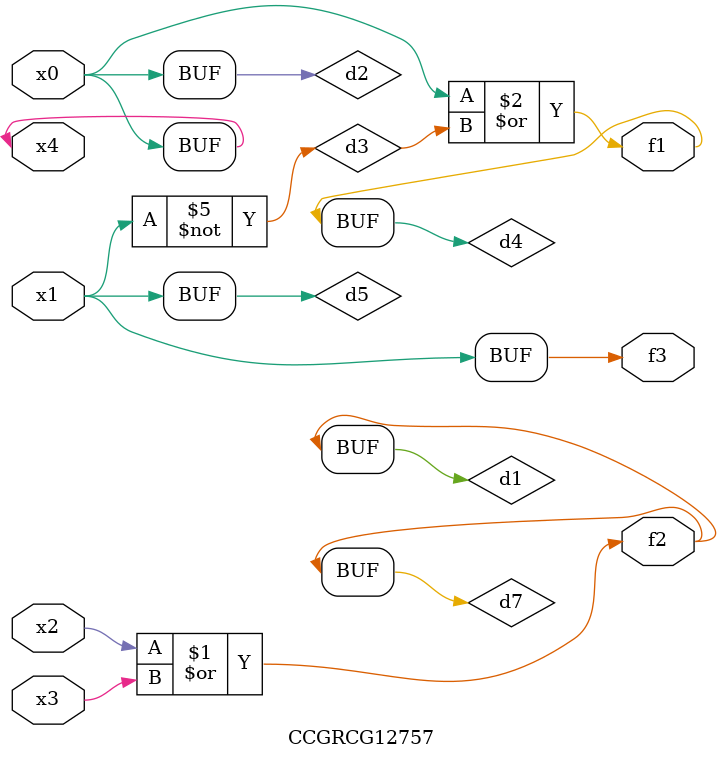
<source format=v>
module CCGRCG12757(
	input x0, x1, x2, x3, x4,
	output f1, f2, f3
);

	wire d1, d2, d3, d4, d5, d6, d7;

	or (d1, x2, x3);
	buf (d2, x0, x4);
	not (d3, x1);
	or (d4, d2, d3);
	not (d5, d3);
	nand (d6, d1, d3);
	or (d7, d1);
	assign f1 = d4;
	assign f2 = d7;
	assign f3 = d5;
endmodule

</source>
